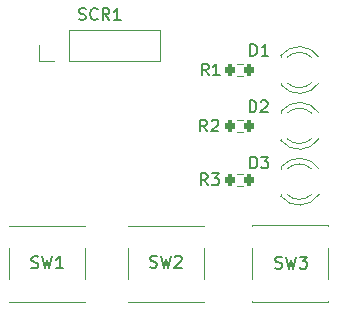
<source format=gto>
G04 #@! TF.GenerationSoftware,KiCad,Pcbnew,(6.0.4)*
G04 #@! TF.CreationDate,2023-05-30T12:56:23+02:00*
G04 #@! TF.ProjectId,MicroPicoDriveCartridge,4d696372-6f50-4696-936f-447269766543,rev?*
G04 #@! TF.SameCoordinates,Original*
G04 #@! TF.FileFunction,Legend,Top*
G04 #@! TF.FilePolarity,Positive*
%FSLAX46Y46*%
G04 Gerber Fmt 4.6, Leading zero omitted, Abs format (unit mm)*
G04 Created by KiCad (PCBNEW (6.0.4)) date 2023-05-30 12:56:23*
%MOMM*%
%LPD*%
G01*
G04 APERTURE LIST*
G04 Aperture macros list*
%AMRoundRect*
0 Rectangle with rounded corners*
0 $1 Rounding radius*
0 $2 $3 $4 $5 $6 $7 $8 $9 X,Y pos of 4 corners*
0 Add a 4 corners polygon primitive as box body*
4,1,4,$2,$3,$4,$5,$6,$7,$8,$9,$2,$3,0*
0 Add four circle primitives for the rounded corners*
1,1,$1+$1,$2,$3*
1,1,$1+$1,$4,$5*
1,1,$1+$1,$6,$7*
1,1,$1+$1,$8,$9*
0 Add four rect primitives between the rounded corners*
20,1,$1+$1,$2,$3,$4,$5,0*
20,1,$1+$1,$4,$5,$6,$7,0*
20,1,$1+$1,$6,$7,$8,$9,0*
20,1,$1+$1,$8,$9,$2,$3,0*%
G04 Aperture macros list end*
%ADD10C,0.150000*%
%ADD11C,0.120000*%
%ADD12R,1.800000X1.800000*%
%ADD13C,1.800000*%
%ADD14RoundRect,0.200000X-0.200000X-0.275000X0.200000X-0.275000X0.200000X0.275000X-0.200000X0.275000X0*%
%ADD15RoundRect,0.500000X-0.500000X-3.500000X0.500000X-3.500000X0.500000X3.500000X-0.500000X3.500000X0*%
%ADD16R,1.550000X1.300000*%
%ADD17R,1.700000X1.700000*%
%ADD18O,1.700000X1.700000*%
%ADD19C,1.350000*%
G04 APERTURE END LIST*
D10*
X149661904Y-86902380D02*
X149661904Y-85902380D01*
X149900000Y-85902380D01*
X150042857Y-85950000D01*
X150138095Y-86045238D01*
X150185714Y-86140476D01*
X150233333Y-86330952D01*
X150233333Y-86473809D01*
X150185714Y-86664285D01*
X150138095Y-86759523D01*
X150042857Y-86854761D01*
X149900000Y-86902380D01*
X149661904Y-86902380D01*
X151185714Y-86902380D02*
X150614285Y-86902380D01*
X150900000Y-86902380D02*
X150900000Y-85902380D01*
X150804761Y-86045238D01*
X150709523Y-86140476D01*
X150614285Y-86188095D01*
X145983333Y-93302380D02*
X145650000Y-92826190D01*
X145411904Y-93302380D02*
X145411904Y-92302380D01*
X145792857Y-92302380D01*
X145888095Y-92350000D01*
X145935714Y-92397619D01*
X145983333Y-92492857D01*
X145983333Y-92635714D01*
X145935714Y-92730952D01*
X145888095Y-92778571D01*
X145792857Y-92826190D01*
X145411904Y-92826190D01*
X146364285Y-92397619D02*
X146411904Y-92350000D01*
X146507142Y-92302380D01*
X146745238Y-92302380D01*
X146840476Y-92350000D01*
X146888095Y-92397619D01*
X146935714Y-92492857D01*
X146935714Y-92588095D01*
X146888095Y-92730952D01*
X146316666Y-93302380D01*
X146935714Y-93302380D01*
X131116666Y-104829761D02*
X131259523Y-104877380D01*
X131497619Y-104877380D01*
X131592857Y-104829761D01*
X131640476Y-104782142D01*
X131688095Y-104686904D01*
X131688095Y-104591666D01*
X131640476Y-104496428D01*
X131592857Y-104448809D01*
X131497619Y-104401190D01*
X131307142Y-104353571D01*
X131211904Y-104305952D01*
X131164285Y-104258333D01*
X131116666Y-104163095D01*
X131116666Y-104067857D01*
X131164285Y-103972619D01*
X131211904Y-103925000D01*
X131307142Y-103877380D01*
X131545238Y-103877380D01*
X131688095Y-103925000D01*
X132021428Y-103877380D02*
X132259523Y-104877380D01*
X132450000Y-104163095D01*
X132640476Y-104877380D01*
X132878571Y-103877380D01*
X133783333Y-104877380D02*
X133211904Y-104877380D01*
X133497619Y-104877380D02*
X133497619Y-103877380D01*
X133402380Y-104020238D01*
X133307142Y-104115476D01*
X133211904Y-104163095D01*
X149661904Y-96427380D02*
X149661904Y-95427380D01*
X149900000Y-95427380D01*
X150042857Y-95475000D01*
X150138095Y-95570238D01*
X150185714Y-95665476D01*
X150233333Y-95855952D01*
X150233333Y-95998809D01*
X150185714Y-96189285D01*
X150138095Y-96284523D01*
X150042857Y-96379761D01*
X149900000Y-96427380D01*
X149661904Y-96427380D01*
X150566666Y-95427380D02*
X151185714Y-95427380D01*
X150852380Y-95808333D01*
X150995238Y-95808333D01*
X151090476Y-95855952D01*
X151138095Y-95903571D01*
X151185714Y-95998809D01*
X151185714Y-96236904D01*
X151138095Y-96332142D01*
X151090476Y-96379761D01*
X150995238Y-96427380D01*
X150709523Y-96427380D01*
X150614285Y-96379761D01*
X150566666Y-96332142D01*
X141166666Y-104779761D02*
X141309523Y-104827380D01*
X141547619Y-104827380D01*
X141642857Y-104779761D01*
X141690476Y-104732142D01*
X141738095Y-104636904D01*
X141738095Y-104541666D01*
X141690476Y-104446428D01*
X141642857Y-104398809D01*
X141547619Y-104351190D01*
X141357142Y-104303571D01*
X141261904Y-104255952D01*
X141214285Y-104208333D01*
X141166666Y-104113095D01*
X141166666Y-104017857D01*
X141214285Y-103922619D01*
X141261904Y-103875000D01*
X141357142Y-103827380D01*
X141595238Y-103827380D01*
X141738095Y-103875000D01*
X142071428Y-103827380D02*
X142309523Y-104827380D01*
X142500000Y-104113095D01*
X142690476Y-104827380D01*
X142928571Y-103827380D01*
X143261904Y-103922619D02*
X143309523Y-103875000D01*
X143404761Y-103827380D01*
X143642857Y-103827380D01*
X143738095Y-103875000D01*
X143785714Y-103922619D01*
X143833333Y-104017857D01*
X143833333Y-104113095D01*
X143785714Y-104255952D01*
X143214285Y-104827380D01*
X143833333Y-104827380D01*
X135138495Y-83813961D02*
X135281352Y-83861580D01*
X135519447Y-83861580D01*
X135614685Y-83813961D01*
X135662304Y-83766342D01*
X135709923Y-83671104D01*
X135709923Y-83575866D01*
X135662304Y-83480628D01*
X135614685Y-83433009D01*
X135519447Y-83385390D01*
X135328971Y-83337771D01*
X135233733Y-83290152D01*
X135186114Y-83242533D01*
X135138495Y-83147295D01*
X135138495Y-83052057D01*
X135186114Y-82956819D01*
X135233733Y-82909200D01*
X135328971Y-82861580D01*
X135567066Y-82861580D01*
X135709923Y-82909200D01*
X136709923Y-83766342D02*
X136662304Y-83813961D01*
X136519447Y-83861580D01*
X136424209Y-83861580D01*
X136281352Y-83813961D01*
X136186114Y-83718723D01*
X136138495Y-83623485D01*
X136090876Y-83433009D01*
X136090876Y-83290152D01*
X136138495Y-83099676D01*
X136186114Y-83004438D01*
X136281352Y-82909200D01*
X136424209Y-82861580D01*
X136519447Y-82861580D01*
X136662304Y-82909200D01*
X136709923Y-82956819D01*
X137709923Y-83861580D02*
X137376590Y-83385390D01*
X137138495Y-83861580D02*
X137138495Y-82861580D01*
X137519447Y-82861580D01*
X137614685Y-82909200D01*
X137662304Y-82956819D01*
X137709923Y-83052057D01*
X137709923Y-83194914D01*
X137662304Y-83290152D01*
X137614685Y-83337771D01*
X137519447Y-83385390D01*
X137138495Y-83385390D01*
X138662304Y-83861580D02*
X138090876Y-83861580D01*
X138376590Y-83861580D02*
X138376590Y-82861580D01*
X138281352Y-83004438D01*
X138186114Y-83099676D01*
X138090876Y-83147295D01*
X146033333Y-97852380D02*
X145700000Y-97376190D01*
X145461904Y-97852380D02*
X145461904Y-96852380D01*
X145842857Y-96852380D01*
X145938095Y-96900000D01*
X145985714Y-96947619D01*
X146033333Y-97042857D01*
X146033333Y-97185714D01*
X145985714Y-97280952D01*
X145938095Y-97328571D01*
X145842857Y-97376190D01*
X145461904Y-97376190D01*
X146366666Y-96852380D02*
X146985714Y-96852380D01*
X146652380Y-97233333D01*
X146795238Y-97233333D01*
X146890476Y-97280952D01*
X146938095Y-97328571D01*
X146985714Y-97423809D01*
X146985714Y-97661904D01*
X146938095Y-97757142D01*
X146890476Y-97804761D01*
X146795238Y-97852380D01*
X146509523Y-97852380D01*
X146414285Y-97804761D01*
X146366666Y-97757142D01*
X151766666Y-104854761D02*
X151909523Y-104902380D01*
X152147619Y-104902380D01*
X152242857Y-104854761D01*
X152290476Y-104807142D01*
X152338095Y-104711904D01*
X152338095Y-104616666D01*
X152290476Y-104521428D01*
X152242857Y-104473809D01*
X152147619Y-104426190D01*
X151957142Y-104378571D01*
X151861904Y-104330952D01*
X151814285Y-104283333D01*
X151766666Y-104188095D01*
X151766666Y-104092857D01*
X151814285Y-103997619D01*
X151861904Y-103950000D01*
X151957142Y-103902380D01*
X152195238Y-103902380D01*
X152338095Y-103950000D01*
X152671428Y-103902380D02*
X152909523Y-104902380D01*
X153100000Y-104188095D01*
X153290476Y-104902380D01*
X153528571Y-103902380D01*
X153814285Y-103902380D02*
X154433333Y-103902380D01*
X154100000Y-104283333D01*
X154242857Y-104283333D01*
X154338095Y-104330952D01*
X154385714Y-104378571D01*
X154433333Y-104473809D01*
X154433333Y-104711904D01*
X154385714Y-104807142D01*
X154338095Y-104854761D01*
X154242857Y-104902380D01*
X153957142Y-104902380D01*
X153861904Y-104854761D01*
X153814285Y-104807142D01*
X146108333Y-88552380D02*
X145775000Y-88076190D01*
X145536904Y-88552380D02*
X145536904Y-87552380D01*
X145917857Y-87552380D01*
X146013095Y-87600000D01*
X146060714Y-87647619D01*
X146108333Y-87742857D01*
X146108333Y-87885714D01*
X146060714Y-87980952D01*
X146013095Y-88028571D01*
X145917857Y-88076190D01*
X145536904Y-88076190D01*
X147060714Y-88552380D02*
X146489285Y-88552380D01*
X146775000Y-88552380D02*
X146775000Y-87552380D01*
X146679761Y-87695238D01*
X146584523Y-87790476D01*
X146489285Y-87838095D01*
X149586904Y-91677380D02*
X149586904Y-90677380D01*
X149825000Y-90677380D01*
X149967857Y-90725000D01*
X150063095Y-90820238D01*
X150110714Y-90915476D01*
X150158333Y-91105952D01*
X150158333Y-91248809D01*
X150110714Y-91439285D01*
X150063095Y-91534523D01*
X149967857Y-91629761D01*
X149825000Y-91677380D01*
X149586904Y-91677380D01*
X150539285Y-90772619D02*
X150586904Y-90725000D01*
X150682142Y-90677380D01*
X150920238Y-90677380D01*
X151015476Y-90725000D01*
X151063095Y-90772619D01*
X151110714Y-90867857D01*
X151110714Y-90963095D01*
X151063095Y-91105952D01*
X150491666Y-91677380D01*
X151110714Y-91677380D01*
D11*
X152235000Y-89180000D02*
X152235000Y-89336000D01*
X152235000Y-86864000D02*
X152235000Y-87020000D01*
X152235000Y-89335516D02*
G75*
G03*
X155467335Y-89178608I1560000J1235516D01*
G01*
X152754039Y-89180000D02*
G75*
G03*
X154836130Y-89179837I1040961J1080000D01*
G01*
X154836130Y-87020163D02*
G75*
G03*
X152754039Y-87020000I-1041130J-1079837D01*
G01*
X155467335Y-87021392D02*
G75*
G03*
X152235000Y-86864484I-1672335J-1078608D01*
G01*
X148512742Y-93347500D02*
X148987258Y-93347500D01*
X148512742Y-92302500D02*
X148987258Y-92302500D01*
X135655000Y-107730000D02*
X135655000Y-107700000D01*
X129195000Y-103200000D02*
X129195000Y-105800000D01*
X129195000Y-107730000D02*
X129195000Y-107700000D01*
X129195000Y-101270000D02*
X135655000Y-101270000D01*
X129195000Y-107730000D02*
X135655000Y-107730000D01*
X129195000Y-101300000D02*
X129195000Y-101270000D01*
X135655000Y-103200000D02*
X135655000Y-105800000D01*
X135655000Y-101270000D02*
X135655000Y-101300000D01*
X152235000Y-96314000D02*
X152235000Y-96470000D01*
X152235000Y-98630000D02*
X152235000Y-98786000D01*
X155467335Y-96471392D02*
G75*
G03*
X152235000Y-96314484I-1672335J-1078608D01*
G01*
X152235000Y-98785516D02*
G75*
G03*
X155467335Y-98628608I1560000J1235516D01*
G01*
X154836130Y-96470163D02*
G75*
G03*
X152754039Y-96470000I-1041130J-1079837D01*
G01*
X152754039Y-98630000D02*
G75*
G03*
X154836130Y-98629837I1040961J1080000D01*
G01*
X139270000Y-107730000D02*
X139270000Y-107700000D01*
X145730000Y-107730000D02*
X145730000Y-107700000D01*
X139270000Y-101270000D02*
X145730000Y-101270000D01*
X139270000Y-103200000D02*
X139270000Y-105800000D01*
X139270000Y-107730000D02*
X145730000Y-107730000D01*
X145730000Y-103200000D02*
X145730000Y-105800000D01*
X139270000Y-101300000D02*
X139270000Y-101270000D01*
X145730000Y-101270000D02*
X145730000Y-101300000D01*
X142015000Y-87330000D02*
X142015000Y-84670000D01*
X134335000Y-87330000D02*
X134335000Y-84670000D01*
X133065000Y-87330000D02*
X131735000Y-87330000D01*
X134335000Y-84670000D02*
X142015000Y-84670000D01*
X134335000Y-87330000D02*
X142015000Y-87330000D01*
X131735000Y-87330000D02*
X131735000Y-86000000D01*
X148512742Y-96877500D02*
X148987258Y-96877500D01*
X148512742Y-97922500D02*
X148987258Y-97922500D01*
X149795000Y-107705000D02*
X149795000Y-107675000D01*
X156255000Y-107705000D02*
X156255000Y-107675000D01*
X156255000Y-103175000D02*
X156255000Y-105775000D01*
X149795000Y-107705000D02*
X156255000Y-107705000D01*
X149795000Y-101275000D02*
X149795000Y-101245000D01*
X149795000Y-103175000D02*
X149795000Y-105775000D01*
X156255000Y-101245000D02*
X156255000Y-101275000D01*
X149795000Y-101245000D02*
X156255000Y-101245000D01*
X148512742Y-87577500D02*
X148987258Y-87577500D01*
X148512742Y-88622500D02*
X148987258Y-88622500D01*
X152235000Y-93905000D02*
X152235000Y-94061000D01*
X152235000Y-91589000D02*
X152235000Y-91745000D01*
X154836130Y-91745163D02*
G75*
G03*
X152754039Y-91745000I-1041130J-1079837D01*
G01*
X152235000Y-94060516D02*
G75*
G03*
X155467335Y-93903608I1560000J1235516D01*
G01*
X152754039Y-93905000D02*
G75*
G03*
X154836130Y-93904837I1040961J1080000D01*
G01*
X155467335Y-91746392D02*
G75*
G03*
X152235000Y-91589484I-1672335J-1078608D01*
G01*
%LPC*%
D12*
X152525000Y-88100000D03*
D13*
X155065000Y-88100000D03*
D14*
X147925000Y-92825000D03*
X149575000Y-92825000D03*
D15*
X133835000Y-67975000D03*
X136375000Y-67975000D03*
X138915000Y-67975000D03*
X141455000Y-67975000D03*
X143995000Y-67975000D03*
X146535000Y-67975000D03*
X149075000Y-67975000D03*
X151615000Y-67975000D03*
D16*
X136400000Y-102250000D03*
X128450000Y-102250000D03*
X136400000Y-106750000D03*
X128450000Y-106750000D03*
D12*
X152525000Y-97550000D03*
D13*
X155065000Y-97550000D03*
D16*
X146475000Y-102250000D03*
X138525000Y-102250000D03*
X146475000Y-106750000D03*
X138525000Y-106750000D03*
D17*
X133065000Y-86000000D03*
D18*
X135605000Y-86000000D03*
X138145000Y-86000000D03*
X140685000Y-86000000D03*
D14*
X147925000Y-97400000D03*
X149575000Y-97400000D03*
D16*
X157000000Y-102225000D03*
X149050000Y-102225000D03*
X157000000Y-106725000D03*
X149050000Y-106725000D03*
D14*
X147925000Y-88100000D03*
X149575000Y-88100000D03*
D12*
X152525000Y-92825000D03*
D13*
X155065000Y-92825000D03*
D19*
X147350000Y-90800000D03*
X145350000Y-90800000D03*
X143350000Y-90800000D03*
X141350000Y-90800000D03*
X139350000Y-90800000D03*
X137350000Y-90800000D03*
X135350000Y-90800000D03*
X133350000Y-90800000D03*
X131350000Y-90800000D03*
M02*

</source>
